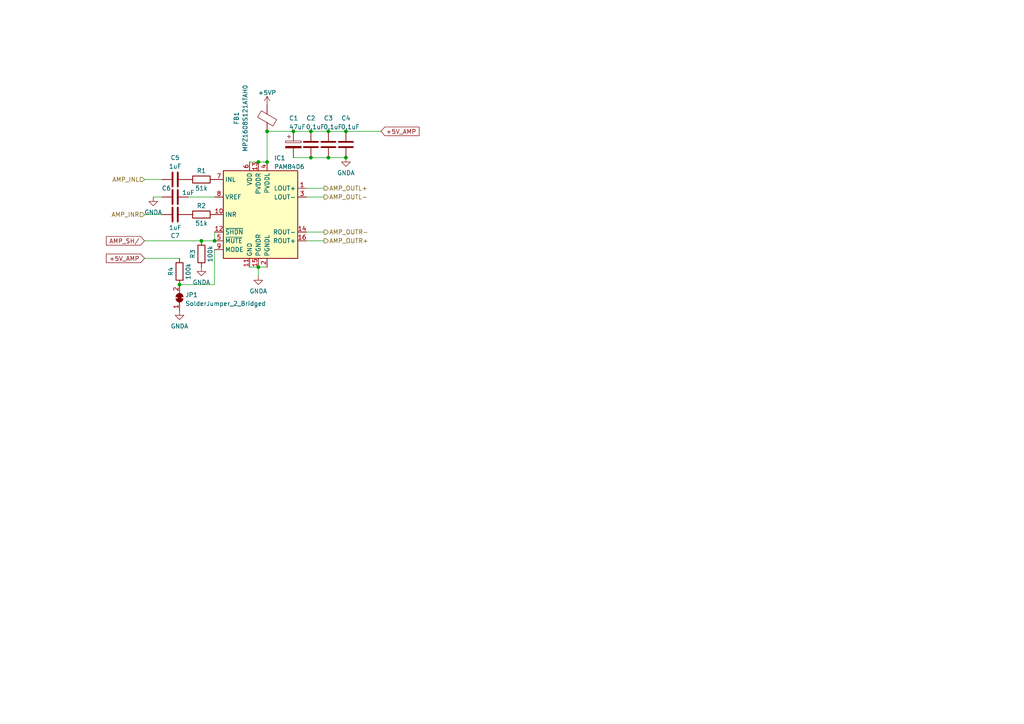
<source format=kicad_sch>
(kicad_sch (version 20211123) (generator eeschema)
  (paper "A4")
  (lib_symbols
    (symbol "Bela:PAM8406"
      (property "Reference" "IC" (at 3.81 13.97 0))
      (property "Value" "PAM8406" (at 10.16 -16.51 0))
      (symbol "PAM8406_0_1"
        (rectangle (start -10.16 11.43) (end 11.43 -13.97) (stroke (width 0.254)) (fill (type background)))
      )
      (symbol "PAM8406_1_1"
        (pin output line (at 13.97 6.35 180) (length 2.54) (name "LOUT+") (number "1"))
        (pin input line (at -12.7 -1.27 0) (length 2.54) (name "INR") (number "10"))
        (pin power_in line (at -2.54 -16.51 90) (length 2.54) (name "GND") (number "11"))
        (pin input line (at -12.7 -6.35 0) (length 2.54) (name "~{SHDN}") (number "12"))
        (pin power_in line (at 0 13.97 270) (length 2.54) (name "PVDDR") (number "13"))
        (pin output line (at 13.97 -6.35 180) (length 2.54) (name "ROUT-") (number "14"))
        (pin power_in line (at 0 -16.51 90) (length 2.54) (name "PGNDR") (number "15"))
        (pin output line (at 13.97 -8.89 180) (length 2.54) (name "ROUT+") (number "16"))
        (pin power_in line (at 2.54 -16.51 90) (length 2.54) (name "PGNDL") (number "2"))
        (pin output line (at 13.97 3.81 180) (length 2.54) (name "LOUT-") (number "3"))
        (pin power_in line (at 2.54 13.97 270) (length 2.54) (name "PVDDL") (number "4"))
        (pin input line (at -12.7 -8.89 0) (length 2.54) (name "~{MUTE}") (number "5"))
        (pin power_in line (at -2.54 13.97 270) (length 2.54) (name "VDD") (number "6"))
        (pin input line (at -12.7 8.89 0) (length 2.54) (name "INL") (number "7"))
        (pin input line (at -12.7 3.81 0) (length 2.54) (name "VREF") (number "8"))
        (pin input line (at -12.7 -11.43 0) (length 2.54) (name "MODE") (number "9"))
      )
    )
    (symbol "Device:C" (pin_numbers hide) (pin_names (offset 0.254))
      (property "Reference" "C" (at 0.635 2.54 0))
      (property "Value" "C" (at 0.635 -2.54 0))
      (symbol "C_0_1"
        (polyline (pts (xy -2.032 -0.762) (xy 2.032 -0.762)) (stroke (width 0.508)))
        (polyline (pts (xy -2.032 0.762) (xy 2.032 0.762)) (stroke (width 0.508)))
      )
      (symbol "C_1_1"
        (pin passive line (at 0 3.81 270) (length 2.794) (name "~") (number "1"))
        (pin passive line (at 0 -3.81 90) (length 2.794) (name "~") (number "2"))
      )
    )
    (symbol "Device:C_Polarized" (pin_numbers hide) (pin_names (offset 0.254))
      (property "Reference" "C" (at 0.635 2.54 0))
      (property "Value" "C_Polarized" (at 0.635 -2.54 0))
      (symbol "C_Polarized_0_1"
        (rectangle (start -2.286 0.508) (end 2.286 1.016))
        (polyline (pts (xy -1.778 2.286) (xy -0.762 2.286)))
        (polyline (pts (xy -1.27 2.794) (xy -1.27 1.778)))
        (rectangle (start 2.286 -0.508) (end -2.286 -1.016) (fill (type outline)))
      )
      (symbol "C_Polarized_1_1"
        (pin passive line (at 0 3.81 270) (length 2.794) (name "~") (number "1"))
        (pin passive line (at 0 -3.81 90) (length 2.794) (name "~") (number "2"))
      )
    )
    (symbol "Device:FerriteBead" (pin_numbers hide) (pin_names (offset 0))
      (property "Reference" "FB" (at -3.81 0.635 90))
      (property "Value" "FerriteBead" (at 3.81 0 90))
      (symbol "FerriteBead_0_1"
        (polyline (pts (xy 0 -1.27) (xy 0 -1.2192)))
        (polyline (pts (xy 0 1.27) (xy 0 1.2954)))
        (polyline (pts (xy -2.7686 0.4064) (xy -1.7018 2.2606) (xy 2.7686 -0.3048) (xy 1.6764 -2.159) (xy -2.7686 0.4064)))
      )
      (symbol "FerriteBead_1_1"
        (pin passive line (at 0 3.81 270) (length 2.54) (name "~") (number "1"))
        (pin passive line (at 0 -3.81 90) (length 2.54) (name "~") (number "2"))
      )
    )
    (symbol "Device:R" (pin_numbers hide) (pin_names (offset 0))
      (property "Reference" "R" (at 2.032 0 90))
      (property "Value" "R" (at 0 0 90))
      (symbol "R_0_1"
        (rectangle (start -1.016 -2.54) (end 1.016 2.54) (stroke (width 0.254)))
      )
      (symbol "R_1_1"
        (pin passive line (at 0 3.81 270) (length 1.27) (name "~") (number "1"))
        (pin passive line (at 0 -3.81 90) (length 1.27) (name "~") (number "2"))
      )
    )
    (symbol "Jumper:SolderJumper_2_Bridged" (pin_names (offset 0) hide)
      (property "Reference" "JP" (at 0 2.032 0))
      (property "Value" "SolderJumper_2_Bridged" (at 0 -2.54 0))
      (symbol "SolderJumper_2_Bridged_0_1"
        (rectangle (start -0.508 0.508) (end 0.508 -0.508) (fill (type outline)))
        (arc (start -0.254 1.016) (mid -1.27 0) (end -0.254 -1.016))
        (arc (start -0.254 1.016) (mid -1.27 0) (end -0.254 -1.016) (fill (type outline)))
        (polyline (pts (xy -0.254 1.016) (xy -0.254 -1.016)))
        (polyline (pts (xy 0.254 1.016) (xy 0.254 -1.016)))
        (arc (start 0.254 -1.016) (mid 1.27 0) (end 0.254 1.016))
        (arc (start 0.254 -1.016) (mid 1.27 0) (end 0.254 1.016) (fill (type outline)))
      )
      (symbol "SolderJumper_2_Bridged_1_1"
        (pin passive line (at -3.81 0 0) (length 2.54) (name "A") (number "1"))
        (pin passive line (at 3.81 0 180) (length 2.54) (name "B") (number "2"))
      )
    )
    (symbol "power:+5VP" (power) (pin_names (offset 0))
      (property "Value" "+5VP" (at 0 3.556 0))
      (symbol "+5VP_0_1"
        (polyline (pts (xy -0.762 1.27) (xy 0 2.54)))
        (polyline (pts (xy 0 0) (xy 0 2.54)))
        (polyline (pts (xy 0 2.54) (xy 0.762 1.27)))
      )
      (symbol "+5VP_1_1"
        (pin power_in line (at 0 0 90) (length 0) hide (name "+5VP") (number "1"))
      )
    )
    (symbol "power:GNDA" (power) (pin_names (offset 0))
      (property "Value" "GNDA" (at 0 -3.81 0))
      (symbol "GNDA_0_1"
        (polyline (pts (xy 0 0) (xy 0 -1.27) (xy 1.27 -1.27) (xy 0 -2.54) (xy -1.27 -1.27) (xy 0 -1.27)))
      )
      (symbol "GNDA_1_1"
        (pin power_in line (at 0 0 270) (length 0) hide (name "GNDA") (number "1"))
      )
    )
  )
  (junction (at 52.07 82.55))
  (junction (at 95.25 45.72))
  (junction (at 100.33 45.72))
  (junction (at 74.93 77.47))
  (junction (at 77.47 38.1))
  (junction (at 74.93 46.99))
  (junction (at 95.25 38.1))
  (junction (at 90.17 45.72))
  (junction (at 90.17 38.1))
  (junction (at 58.42 69.85))
  (junction (at 77.47 46.99))
  (junction (at 85.09 38.1))
  (junction (at 100.33 38.1))
  (junction (at 62.23 69.85))
  (wire (pts (xy 77.47 38.1) (xy 85.09 38.1)))
  (wire (pts (xy 62.23 82.55) (xy 62.23 72.39)))
  (wire (pts (xy 41.91 74.93) (xy 52.07 74.93)))
  (wire (pts (xy 93.98 67.31) (xy 88.9 67.31)))
  (wire (pts (xy 85.09 45.72) (xy 90.17 45.72)))
  (wire (pts (xy 54.61 57.15) (xy 62.23 57.15)))
  (wire (pts (xy 95.25 38.1) (xy 100.33 38.1)))
  (wire (pts (xy 74.93 77.47) (xy 77.47 77.47)))
  (wire (pts (xy 41.91 69.85) (xy 58.42 69.85)))
  (wire (pts (xy 100.33 38.1) (xy 110.49 38.1)))
  (wire (pts (xy 95.25 45.72) (xy 100.33 45.72)))
  (wire (pts (xy 85.09 38.1) (xy 90.17 38.1)))
  (wire (pts (xy 93.98 57.15) (xy 88.9 57.15)))
  (wire (pts (xy 90.17 45.72) (xy 95.25 45.72)))
  (wire (pts (xy 93.98 69.85) (xy 88.9 69.85)))
  (wire (pts (xy 41.91 62.23) (xy 46.99 62.23)))
  (wire (pts (xy 72.39 77.47) (xy 74.93 77.47)))
  (wire (pts (xy 74.93 46.99) (xy 77.47 46.99)))
  (wire (pts (xy 93.98 54.61) (xy 88.9 54.61)))
  (wire (pts (xy 44.45 57.15) (xy 46.99 57.15)))
  (wire (pts (xy 72.39 46.99) (xy 74.93 46.99)))
  (wire (pts (xy 90.17 38.1) (xy 95.25 38.1)))
  (wire (pts (xy 52.07 82.55) (xy 62.23 82.55)))
  (wire (pts (xy 74.93 77.47) (xy 74.93 80.01)))
  (wire (pts (xy 77.47 38.1) (xy 77.47 46.99)))
  (wire (pts (xy 58.42 69.85) (xy 62.23 69.85)))
  (wire (pts (xy 62.23 67.31) (xy 62.23 69.85)))
  (wire (pts (xy 41.91 52.07) (xy 46.99 52.07)))
  (global_label "+5V_AMP" (shape input) (at 110.49 38.1 0) (property "Intersheet References" "${INTERSHEET_REFS}" (effects hide)))
  (global_label "AMP_SH{slash}" (shape input) (at 41.91 69.85 180) (property "Intersheet References" "${INTERSHEET_REFS}" (effects hide)))
  (global_label "+5V_AMP" (shape input) (at 41.91 74.93 180) (property "Intersheet References" "${INTERSHEET_REFS}" (effects hide)))
  (hierarchical_label "AMP_OUTL-" (shape output) (at 93.98 57.15 0))
  (hierarchical_label "AMP_INL" (shape input) (at 41.91 52.07 180))
  (hierarchical_label "AMP_OUTL+" (shape output) (at 93.98 54.61 0))
  (hierarchical_label "AMP_OUTR+" (shape output) (at 93.98 69.85 0))
  (hierarchical_label "AMP_OUTR-" (shape output) (at 93.98 67.31 0))
  (hierarchical_label "AMP_INR" (shape input) (at 41.91 62.23 180))
  (symbol (lib_id "power:GNDA") (at 100.33 45.72 0) (unit 1)
    (property "Reference" "#PWR02" (effects hide))
    (property "Value" "GNDA" (at 100.33 50.1634 0))
  )
  (symbol (lib_id "power:GNDA") (at 52.07 90.17 0) (unit 1)
    (property "Reference" "#PWR06" (effects hide))
    (property "Value" "GNDA" (at 52.07 94.6134 0))
  )
  (symbol (lib_id "Device:R") (at 52.07 78.74 0) (unit 1)
    (property "Reference" "R4" (at 49.53 78.74 90))
    (property "Value" "100k" (at 54.61 78.74 90))
    (property "Footprint" "Resistor_SMD:R_0603_1608Metric" (effects hide))
  )
  (symbol (lib_id "Device:C") (at 95.25 41.91 180) (unit 1)
    (property "Reference" "C3" (at 95.25 34.29 0))
    (property "Value" "0.1uF" (at 96.52 36.83 0))
    (property "Footprint" "Capacitor_SMD:C_0603_1608Metric" (effects hide))
  )
  (symbol (lib_id "power:+5VP") (at 77.47 30.48 0) (unit 1)
    (property "Reference" "#PWR01" (effects hide))
    (property "Value" "+5VP" (at 77.47 26.9042 0))
  )
  (symbol (lib_id "Device:R") (at 58.42 62.23 270) (unit 1)
    (property "Reference" "R2" (at 58.42 59.69 90))
    (property "Value" "51k" (at 58.42 64.77 90))
    (property "Footprint" "Resistor_SMD:R_0603_1608Metric" (effects hide))
  )
  (symbol (lib_id "Device:R") (at 58.42 73.66 0) (unit 1)
    (property "Reference" "R3" (at 55.88 73.66 90))
    (property "Value" "100k" (at 60.96 73.66 90))
    (property "Footprint" "Resistor_SMD:R_0603_1608Metric" (effects hide))
  )
  (symbol (lib_id "Device:C") (at 100.33 41.91 180) (unit 1)
    (property "Reference" "C4" (at 100.33 34.29 0))
    (property "Value" "0.1uF" (at 101.6 36.83 0))
    (property "Footprint" "Capacitor_SMD:C_0603_1608Metric" (effects hide))
  )
  (symbol (lib_id "power:GNDA") (at 44.45 57.15 0) (unit 1)
    (property "Reference" "#PWR03" (effects hide))
    (property "Value" "GNDA" (at 44.45 61.5934 0))
  )
  (symbol (lib_id "power:GNDA") (at 58.42 77.47 0) (unit 1)
    (property "Reference" "#PWR04" (effects hide))
    (property "Value" "GNDA" (at 58.42 81.9134 0))
  )
  (symbol (lib_id "Device:R") (at 58.42 52.07 270) (unit 1)
    (property "Reference" "R1" (at 58.42 49.53 90))
    (property "Value" "51k" (at 58.42 54.61 90))
    (property "Footprint" "Resistor_SMD:R_0603_1608Metric" (effects hide))
  )
  (symbol (lib_id "power:GNDA") (at 74.93 80.01 0) (unit 1)
    (property "Reference" "#PWR05" (effects hide))
    (property "Value" "GNDA" (at 74.93 84.4534 0))
  )
  (symbol (lib_id "Device:C") (at 50.8 57.15 270) (unit 1)
    (property "Reference" "C6" (at 48.26 54.61 90))
    (property "Value" "1uF" (at 54.61 55.88 90))
    (property "Footprint" "Capacitor_SMD:C_0603_1608Metric" (effects hide))
  )
  (symbol (lib_id "Device:C") (at 90.17 41.91 180) (unit 1)
    (property "Reference" "C2" (at 90.17 34.29 0))
    (property "Value" "0.1uF" (at 91.44 36.83 0))
    (property "Footprint" "Capacitor_SMD:C_0603_1608Metric" (effects hide))
  )
  (symbol (lib_id "Device:FerriteBead") (at 77.47 34.29 180) (unit 1)
    (property "Reference" "FB1" (at 68.58 34.29 90))
    (property "Value" "MPZ1608S121ATAH0" (at 71.12 34.29 90))
    (property "Footprint" "Inductor_SMD:L_0603_1608Metric" (effects hide))
  )
  (symbol (lib_id "Device:C") (at 50.8 62.23 270) (unit 1)
    (property "Reference" "C7" (at 50.8 68.3555 90))
    (property "Value" "1uF" (at 50.8 66.04 90))
    (property "Footprint" "Capacitor_SMD:C_0603_1608Metric" (effects hide))
  )
  (symbol (lib_id "Bela:PAM8406") (at 74.93 60.96 0) (unit 1)
    (property "Reference" "IC1" (at 79.4894 45.8302 0) (effects (justify left)))
    (property "Value" "PAM8406" (at 79.4894 48.3671 0) (effects (justify left)))
    (property "Footprint" "Package_SO:SO-16_3.9x9.9mm_P1.27mm" (effects hide))
  )
  (symbol (lib_id "Device:C_Polarized") (at 85.09 41.91 0) (unit 1)
    (property "Reference" "C1" (at 83.82 34.29 0) (effects (justify left)))
    (property "Value" "47uF" (at 83.82 36.83 0) (effects (justify left)))
    (property "Footprint" "Capacitor_SMD:C_1206_3216Metric" (effects hide))
  )
  (symbol (lib_id "Jumper:SolderJumper_2_Bridged") (at 52.07 86.36 90) (unit 1)
    (property "Reference" "JP1" (at 53.721 85.5253 90) (effects (justify right)))
    (property "Value" "SolderJumper_2_Bridged" (at 53.721 88.0622 90) (effects (justify right)))
    (property "Footprint" "Jumper:SolderJumper-2_P1.3mm_Bridged_Pad1.0x1.5mm" (effects hide))
  )
  (symbol (lib_id "Device:C") (at 50.8 52.07 270) (unit 1)
    (property "Reference" "C5" (at 50.8 45.72 90))
    (property "Value" "1uF" (at 50.8 48.26 90))
    (property "Footprint" "Capacitor_SMD:C_0603_1608Metric" (effects hide))
  )
)
</source>
